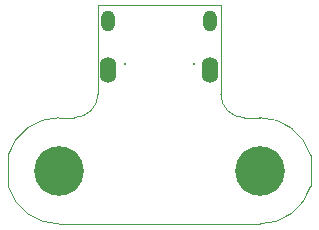
<source format=gbs>
G04*
G04 #@! TF.GenerationSoftware,Altium Limited,Altium Designer,21.3.2 (30)*
G04*
G04 Layer_Color=16711935*
%FSLAX43Y43*%
%MOMM*%
G71*
G04*
G04 #@! TF.SameCoordinates,DDF0AE4A-8618-4426-8A3D-72610EC7A679*
G04*
G04*
G04 #@! TF.FilePolarity,Negative*
G04*
G01*
G75*
%ADD11C,0.100*%
%ADD22C,4.200*%
%ADD23O,1.400X2.200*%
%ADD25C,0.200*%
%ADD35O,1.200X1.800*%
D11*
X102500Y110500D02*
G03*
X98200Y107327I0J-4500D01*
G01*
X119500Y101500D02*
G03*
X123800Y104673I0J4500D01*
G01*
Y107327D02*
G03*
X119500Y110500I-4300J-1327D01*
G01*
X98200Y104673D02*
G03*
X102500Y101500I4300J1327D01*
G01*
X116200Y112500D02*
G03*
X118200Y110500I2000J0D01*
G01*
X103800D02*
G03*
X105800Y112500I0J2000D01*
G01*
X118200Y110500D02*
X119500D01*
X123800Y104673D02*
Y107327D01*
X102500Y110500D02*
X103800D01*
X116200Y112500D02*
Y120000D01*
X102500Y101500D02*
X119500D01*
X98200Y104673D02*
Y107327D01*
X105800Y112500D02*
Y120000D01*
X116200D01*
D22*
X119500Y106000D02*
D03*
X102500D02*
D03*
D23*
X106680Y114515D02*
D03*
X115320D02*
D03*
D25*
X108110Y115045D02*
D03*
X113890D02*
D03*
D35*
X115320Y118695D02*
D03*
X106680D02*
D03*
M02*

</source>
